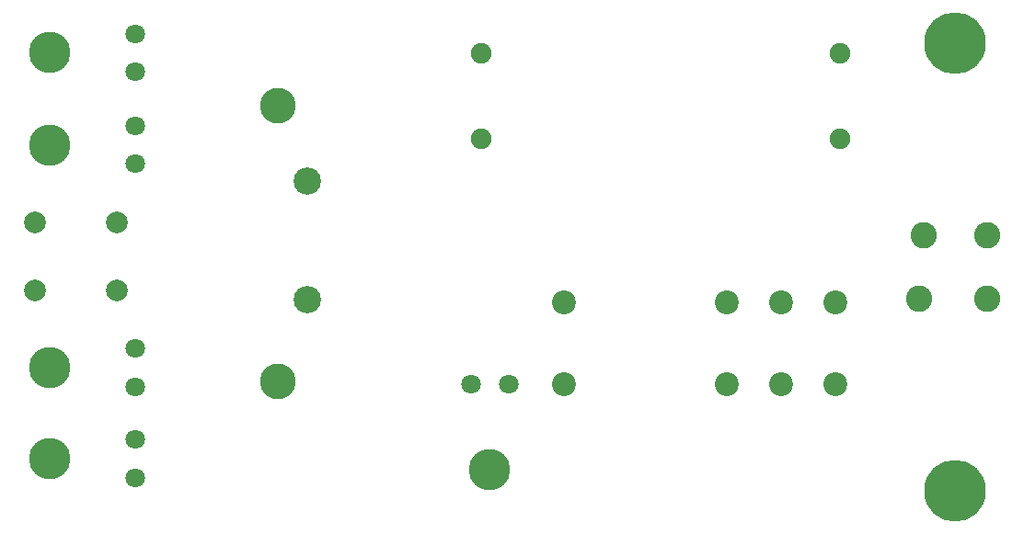
<source format=gbr>
G04 #@! TF.FileFunction,Soldermask,Bot*
%FSLAX46Y46*%
G04 Gerber Fmt 4.6, Leading zero omitted, Abs format (unit mm)*
G04 Created by KiCad (PCBNEW 4.0.7-e2-6376~58~ubuntu16.04.1) date Thu Mar  8 23:26:20 2018*
%MOMM*%
%LPD*%
G01*
G04 APERTURE LIST*
%ADD10C,0.100000*%
%ADD11C,2.520000*%
%ADD12C,3.300000*%
%ADD13C,1.900000*%
%ADD14C,2.420000*%
%ADD15C,5.680000*%
%ADD16C,2.200000*%
%ADD17C,2.000000*%
%ADD18C,1.797000*%
%ADD19C,3.800000*%
G04 APERTURE END LIST*
D10*
D11*
X129286000Y-56007000D03*
X129286000Y-45107000D03*
D12*
X126616000Y-63500000D03*
X126616000Y-38100000D03*
D13*
X178308000Y-33274000D03*
X145308000Y-33274000D03*
D14*
X185564000Y-55880000D03*
X186000000Y-50040000D03*
X191850000Y-50040000D03*
X191850000Y-55880000D03*
D15*
X188930000Y-32350000D03*
X188930000Y-73570000D03*
D16*
X172908000Y-56254000D03*
X172908000Y-63754000D03*
X167908000Y-63754000D03*
X152908000Y-63754000D03*
X152908000Y-56254000D03*
X167908000Y-56254000D03*
X177908000Y-63754000D03*
X177908000Y-56254000D03*
D17*
X104267000Y-55118000D03*
X111767000Y-55128000D03*
X111760000Y-48895000D03*
X104260000Y-48885000D03*
D18*
X113500000Y-35000000D03*
X113500000Y-31500000D03*
D19*
X105590000Y-33250000D03*
D18*
X113500000Y-72390000D03*
X113500000Y-68890000D03*
D19*
X105590000Y-70640000D03*
D18*
X147828000Y-63754000D03*
X144328000Y-63754000D03*
D19*
X146078000Y-71664000D03*
D18*
X113500000Y-43500000D03*
X113500000Y-40000000D03*
D19*
X105590000Y-41750000D03*
D18*
X113500000Y-64000000D03*
X113500000Y-60500000D03*
D19*
X105590000Y-62250000D03*
D13*
X178308000Y-41148000D03*
X145308000Y-41148000D03*
M02*

</source>
